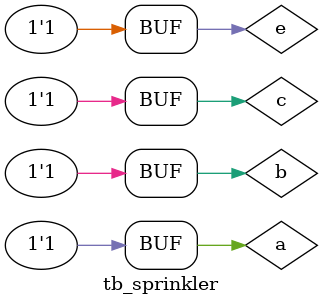
<source format=v>
`timescale 1ns / 1ps

module tb_sprinkler;
    //registers: inputs
    reg e;
    reg a;
    reg b;
    reg c;
    
    //outputs: wires
    wire d0;
    wire d1;
    wire d2;
    wire d3;
    wire d4;
    wire d5;
    wire d6;
    wire d7;
    
    //instantiate unit under test
    sprinkler uut (
        .e(e),
        .a(a),
        .b(b),
        .c(c),
        .d0(d0),
        .d1(d1),
        .d2(d2),
        .d3(d3),
        .d4(d4),
        .d5(d5),
        .d6(d6),
        .d7(d7)
    );
    
    initial begin
        e = 0;
        a = 0;
        b = 0;
        c = 0;
        
        #50; //wait for global reset to finish
        
        e = 0;
        a = 0;
        b = 0;
        c = 0;
        $display ("TC01");
        if(d0 != 1'b0) $display ("Result is wrong");
        
        e = 0;
        a = 0;
        b = 0;
        c = 1;
        #50;
        $display ("TC02");
        if(d1 != 1'b0) $display ("Result is wrong");
        
        e = 0;
        a = 0;
        b = 1;
        c = 0;
        #50;
        $display ("TC03");
        if(d2 != 1'b0) $display ("Result is wrong");
        
        e = 0;
        a = 0;
        b = 1;
        c = 1;
        #50;
        $display ("TC04");
        if(d3 != 1'b0) $display ("Result is wrong");
        
        e = 0;
        a = 1;
        b = 0;
        c = 0;
        #50;
        $display ("TC05");
        if(d4 != 1'b0) $display ("Result is wrong");
        
        e = 0;
        a = 1;
        b = 0;
        c = 1;
        #50;
        $display ("TC06");
        if(d5 != 1'b0) $display ("Result is wrong");
        
        e = 0;
        a = 1;
        b = 1;
        c = 0;
        #50;
        $display ("TC07");
        if(d6 != 1'b0) $display ("Result is wrong");
        
        e = 0;
        a = 1;
        b = 1;
        c = 1;
        #50;
        $display ("TC08");
        if(d7 != 1'b0) $display ("Result is wrong");
        
        //WITH ENABLE
        
        e = 1;
        a = 0;
        b = 0;
        c = 0;
        #50;
        $display ("TC11");
        if(d0 != 1'b1) $display ("Result is wrong");
        
        e = 1;
        a = 0;
        b = 0;
        c = 1;
        #50;
        $display ("TC12");
        if(d1 != 1'b1) $display ("Result is wrong");
        
        e = 1;
        a = 0;
        b = 1;
        c = 0;
        #50;
        $display ("TC13");
        if(d2 != 1'b1) $display ("Result is wrong");
        
        e = 1;
        a = 0;
        b = 1;
        c = 1;
        #50;
        $display ("TC14");
        if(d3 != 1'b1) $display ("Result is wrong");
        
        e = 1;
        a = 1;
        b = 0;
        c = 0;
        #50;
        $display ("TC15");
        if(d4 != 1'b1) $display ("Result is wrong");
        
        e = 1;
        a = 1;
        b = 0;
        c = 1;
        #50;
        $display ("TC16");
        if(d5 != 1'b1) $display ("Result is wrong");
        
        e = 1;
        a = 1;
        b = 1;
        c = 0;
        #50;
        $display ("TC17");
        if(d6 != 1'b1) $display ("Result is wrong");
        
        e = 1;
        a = 1;
        b = 1;
        c = 1;
        #50;
        $display ("TC18");
        if(d7 != 1'b1) $display ("Result is wrong");
        
        end 
endmodule

</source>
